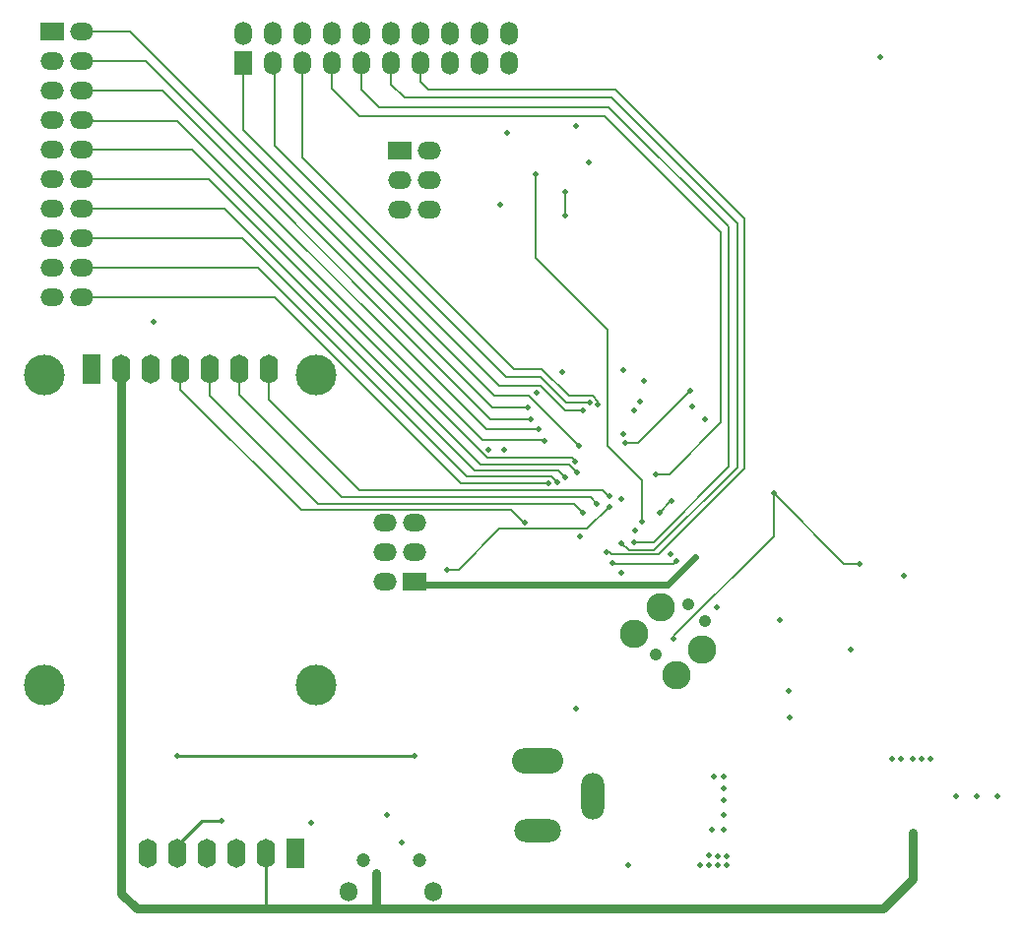
<source format=gbl>
G04*
G04 #@! TF.GenerationSoftware,Altium Limited,Altium Designer,19.0.15 (446)*
G04*
G04 Layer_Physical_Order=4*
G04 Layer_Color=16711680*
%FSLAX25Y25*%
%MOIN*%
G70*
G01*
G75*
%ADD10C,0.00787*%
%ADD13C,0.02362*%
%ADD17C,0.01000*%
%ADD80O,0.07874X0.15748*%
%ADD81O,0.17323X0.08661*%
%ADD82O,0.15748X0.07874*%
%ADD83O,0.05906X0.06693*%
%ADD84C,0.04724*%
%ADD85O,0.06299X0.09843*%
%ADD86R,0.06299X0.09843*%
%ADD87C,0.13780*%
%ADD88C,0.04201*%
%ADD89C,0.09650*%
%ADD90O,0.05906X0.07874*%
%ADD91R,0.05906X0.07874*%
%ADD92O,0.07874X0.05906*%
%ADD93R,0.07874X0.05906*%
%ADD94C,0.01968*%
%ADD102C,0.03150*%
D10*
X210734Y123722D02*
X226722D01*
X209956Y124500D02*
X210734Y123722D01*
X208900Y124500D02*
X209956D01*
X226722Y123722D02*
X255800Y152800D01*
X32000Y220800D02*
X91000D01*
X31200D02*
X32000D01*
X31200Y220000D02*
X32000Y220800D01*
X91000D02*
X161600Y150200D01*
X190300D02*
X192400Y148100D01*
X161600Y150200D02*
X190300D01*
X125265Y145535D02*
X207656D01*
X209774Y143416D01*
X210000D01*
X94787Y176013D02*
X125265Y145535D01*
X168567Y156533D02*
X197167D01*
X74300Y250800D02*
X168567Y156533D01*
X31200Y250800D02*
X74300D01*
X169700Y169600D02*
X183200D01*
X58500Y280800D02*
X169700Y169600D01*
X31200Y280800D02*
X58500D01*
X52900Y290800D02*
X170200Y173500D01*
X31200Y290800D02*
X52900D01*
X170200Y173500D02*
X182200D01*
X171100Y177500D02*
X182573D01*
X47800Y300800D02*
X171100Y177500D01*
X31200Y300800D02*
X47800D01*
X172735Y180765D02*
X186635D01*
X86100Y267400D02*
X172735Y180765D01*
X86100Y267400D02*
Y290000D01*
X164300Y152300D02*
X192700D01*
X85800Y230800D02*
X164300Y152300D01*
X32000Y230800D02*
X85800D01*
X166400Y154200D02*
X196200D01*
X79800Y240800D02*
X166400Y154200D01*
X31200Y240800D02*
X79800D01*
X96516Y210800D02*
X159616Y147700D01*
X31200Y210800D02*
X96516D01*
X159616Y147700D02*
X189400D01*
X167045Y162454D02*
X187848D01*
X68700Y260800D02*
X167045Y162454D01*
X31200Y260800D02*
X68700D01*
X168204Y166172D02*
X186000D01*
X63776Y270600D02*
X168204Y166172D01*
X32100Y270600D02*
X63776D01*
X174900Y183800D02*
X186600D01*
X96600Y262100D02*
X174900Y183800D01*
X96600Y262100D02*
Y289500D01*
X177700Y186500D02*
X187100D01*
X106100Y258100D02*
X177700Y186500D01*
X106100Y258100D02*
Y290000D01*
X210700Y278400D02*
X253200Y235900D01*
X140500Y278400D02*
X210700D01*
X136100Y282800D02*
X140500Y278400D01*
X212100Y281300D02*
X255800Y237600D01*
X148600Y281300D02*
X212100D01*
X146100Y283800D02*
X148600Y281300D01*
X209800Y275300D02*
X250400Y234700D01*
X132000Y275300D02*
X209800D01*
X126100Y281200D02*
X132000Y275300D01*
X208200Y272300D02*
X247800Y232700D01*
X125200Y272300D02*
X208200D01*
X116100Y281400D02*
X125200Y272300D01*
X215200Y161600D02*
X219700D01*
X237300Y179200D01*
X231787Y95205D02*
Y96187D01*
X265500Y129900D01*
X211100Y120600D02*
X231718D01*
X146100Y283800D02*
Y290000D01*
X96100D02*
X96600Y289500D01*
X116100Y281400D02*
Y290000D01*
X265500Y129900D02*
Y144400D01*
X289231Y120669D02*
X294787D01*
X265500Y144400D02*
X289231Y120669D01*
X126100Y281200D02*
Y290000D01*
X154700Y118536D02*
X158867D01*
X172769Y132438D01*
X227000Y138000D02*
X230782Y141782D01*
X111300Y140900D02*
X198100D01*
X74787Y177413D02*
X111300Y140900D01*
X74787Y177413D02*
Y186669D01*
X105700Y138700D02*
X176750D01*
X64787Y179613D02*
X105700Y138700D01*
X64787Y179613D02*
Y186669D01*
X119400Y143100D02*
X203510D01*
X84787Y177713D02*
X119400Y143100D01*
X84787Y177713D02*
Y186669D01*
X94787Y176013D02*
Y186669D01*
X203510Y143100D02*
X205610Y141000D01*
X198100Y140900D02*
X201000Y138000D01*
X176750Y138700D02*
X180847Y134603D01*
X247800Y168400D02*
Y232700D01*
X230169Y150769D02*
X247800Y168400D01*
X136100Y282800D02*
Y290000D01*
X250400Y153400D02*
Y234700D01*
X253200Y153200D02*
Y235900D01*
X231718Y120600D02*
X232787Y121669D01*
X225004Y128004D02*
X250400Y153400D01*
X225100Y125100D02*
X253200Y153200D01*
X255800Y152800D02*
Y237600D01*
X218413Y128004D02*
X225004D01*
X216500Y125100D02*
X225100D01*
X214000Y127600D02*
X216500Y125100D01*
X225600Y150769D02*
X230169D01*
X206100Y174500D02*
Y175462D01*
X204197Y177365D02*
X206100Y175462D01*
X196235Y177365D02*
X204197D01*
X194900Y172500D02*
X201100D01*
X186635Y180765D02*
X194900Y172500D01*
X195200Y175200D02*
X203300D01*
X186600Y183800D02*
X195200Y175200D01*
X187100Y186500D02*
X196235Y177365D01*
X182573Y177500D02*
X199673Y160400D01*
X209400Y160600D02*
X221000Y149000D01*
X209400Y160600D02*
Y199900D01*
X221000Y135000D02*
Y149000D01*
X185000Y224300D02*
X209400Y199900D01*
X185000Y224300D02*
Y252400D01*
X197167Y156533D02*
X198400Y155300D01*
X196200Y154200D02*
X198900Y151500D01*
X192700Y152300D02*
X195000Y150000D01*
Y238700D02*
Y246400D01*
Y238700D02*
X195100Y238600D01*
X230782Y141782D02*
X231000D01*
X202881Y175619D02*
X203300Y175200D01*
X172769Y132438D02*
X202438D01*
X210000Y140000D01*
X180847Y134603D02*
X181283D01*
D13*
X144900Y113600D02*
X229707D01*
X144000Y114500D02*
X144900Y113600D01*
X229707D02*
X238976Y122869D01*
D17*
X63787Y55669D02*
X144000D01*
X71957Y33354D02*
X78787D01*
X63787Y25185D02*
X71957Y33354D01*
X63787Y22669D02*
Y25185D01*
X93787Y4000D02*
Y22669D01*
D80*
X204291Y41961D02*
D03*
D81*
X185787Y53772D02*
D03*
D82*
Y30150D02*
D03*
D83*
X121752Y9669D02*
D03*
X150295D02*
D03*
D84*
X145571Y20276D02*
D03*
X126476Y20274D02*
D03*
D85*
X54787Y186669D02*
D03*
X44787D02*
D03*
X64787D02*
D03*
X84787D02*
D03*
X74787D02*
D03*
X94787D02*
D03*
X63787Y22669D02*
D03*
X73787D02*
D03*
X93787D02*
D03*
X83787D02*
D03*
X53787D02*
D03*
D86*
X34787Y186669D02*
D03*
X103787Y22669D02*
D03*
D87*
X18787Y184669D02*
D03*
X110787D02*
D03*
Y79669D02*
D03*
X18787D02*
D03*
D88*
X225484Y89902D02*
D03*
X236798Y106872D02*
D03*
X242455Y101215D02*
D03*
D89*
X218413Y96973D02*
D03*
X232555Y82830D02*
D03*
X227252Y105811D02*
D03*
X241394Y91669D02*
D03*
D90*
X175900Y300200D02*
D03*
X165900D02*
D03*
X155900D02*
D03*
X145900D02*
D03*
X135900D02*
D03*
X125900D02*
D03*
X115900D02*
D03*
X105900D02*
D03*
X95900D02*
D03*
X85900D02*
D03*
X95900Y290200D02*
D03*
X105900D02*
D03*
X115900D02*
D03*
X125900D02*
D03*
X135900D02*
D03*
X145900D02*
D03*
X155900D02*
D03*
X165900D02*
D03*
X175900D02*
D03*
D91*
X85900D02*
D03*
D92*
X31200Y210800D02*
D03*
Y220800D02*
D03*
Y230800D02*
D03*
Y240800D02*
D03*
Y250800D02*
D03*
Y260800D02*
D03*
Y270800D02*
D03*
Y280800D02*
D03*
Y290800D02*
D03*
Y300800D02*
D03*
X21200Y290800D02*
D03*
Y280800D02*
D03*
Y270800D02*
D03*
Y260800D02*
D03*
Y250800D02*
D03*
Y240800D02*
D03*
Y230800D02*
D03*
Y220800D02*
D03*
Y210800D02*
D03*
X139087Y240569D02*
D03*
Y250569D02*
D03*
X149087Y260569D02*
D03*
Y250569D02*
D03*
Y240569D02*
D03*
X134000Y134500D02*
D03*
Y124500D02*
D03*
Y114500D02*
D03*
X144000Y124500D02*
D03*
Y134500D02*
D03*
D93*
X21200Y300800D02*
D03*
X139087Y260569D02*
D03*
X144000Y114500D02*
D03*
D94*
X55800Y202400D02*
D03*
X144000Y55669D02*
D03*
X134787Y35669D02*
D03*
X208900Y124500D02*
D03*
X130905Y15811D02*
D03*
X139787Y26169D02*
D03*
X192400Y148100D02*
D03*
X168900Y159262D02*
D03*
X198800Y268700D02*
D03*
X215200Y161600D02*
D03*
X175200Y266500D02*
D03*
X246300Y105811D02*
D03*
X231787Y95205D02*
D03*
X309787Y116669D02*
D03*
X155000Y118536D02*
D03*
X291787Y91614D02*
D03*
X108815Y32900D02*
D03*
X221787Y182669D02*
D03*
X242387Y169369D02*
D03*
X220311Y175669D02*
D03*
X218300Y172500D02*
D03*
X231000Y141782D02*
D03*
X227000Y138000D02*
D03*
X218500Y131700D02*
D03*
X232787Y121669D02*
D03*
X230529Y123800D02*
D03*
X238976Y122869D02*
D03*
X214100Y117500D02*
D03*
X211100Y120700D02*
D03*
X185300Y178600D02*
D03*
X216150Y18669D02*
D03*
X218413Y128004D02*
D03*
X214000Y127600D02*
D03*
X225600Y150769D02*
D03*
X193900Y185400D02*
D03*
X237300Y179200D02*
D03*
X265500Y144400D02*
D03*
X189400Y147700D02*
D03*
X182200Y173500D02*
D03*
X183200Y169600D02*
D03*
X174300Y159262D02*
D03*
X198900Y151500D02*
D03*
X198400Y155300D02*
D03*
X202900Y256600D02*
D03*
X195000Y246400D02*
D03*
X195100Y238600D02*
D03*
X173029Y242200D02*
D03*
X199673Y160400D02*
D03*
X185000Y252400D02*
D03*
X206100Y174500D02*
D03*
X203300Y175200D02*
D03*
X201100Y172500D02*
D03*
X214000Y142569D02*
D03*
X210000Y143416D02*
D03*
X214600Y164400D02*
D03*
X181283Y134603D02*
D03*
X205610Y141000D02*
D03*
X200000Y130000D02*
D03*
X201000Y138000D02*
D03*
X195000Y150000D02*
D03*
X210000Y140000D02*
D03*
X221000Y135000D02*
D03*
X186000Y166172D02*
D03*
X188000Y162303D02*
D03*
X238046Y173728D02*
D03*
X294787Y120669D02*
D03*
X63787Y55669D02*
D03*
X267787Y101669D02*
D03*
X270787Y77669D02*
D03*
X270843Y68669D02*
D03*
X214637Y186314D02*
D03*
X78787Y33354D02*
D03*
X301500Y292027D02*
D03*
X312787Y20669D02*
D03*
Y23669D02*
D03*
Y26669D02*
D03*
Y29651D02*
D03*
X341287Y41791D02*
D03*
X334287D02*
D03*
X327287D02*
D03*
X248787Y35669D02*
D03*
Y44669D02*
D03*
Y30669D02*
D03*
X244667D02*
D03*
X248787Y40669D02*
D03*
Y48669D02*
D03*
X245287D02*
D03*
X198787Y71669D02*
D03*
X318787Y54669D02*
D03*
X315787D02*
D03*
X312787D02*
D03*
X308787D02*
D03*
X305787D02*
D03*
X240472Y18669D02*
D03*
X243787D02*
D03*
X246787D02*
D03*
X249787D02*
D03*
Y21669D02*
D03*
X246787D02*
D03*
X243787Y21874D02*
D03*
D102*
X49827Y3961D02*
X93787D01*
X122989D01*
X130000Y4000D02*
X147090D01*
X130905Y4905D02*
Y15811D01*
X130000Y4000D02*
X130905Y4905D01*
X123028Y4000D02*
X130000D01*
X122989Y3961D02*
X123028Y4000D01*
X151572D02*
X302787D01*
X151532Y3961D02*
X151572Y4000D01*
X147129Y3961D02*
X151532D01*
X147090Y4000D02*
X147129Y3961D01*
X302787Y4000D02*
X312787Y14000D01*
X44787Y9000D02*
X49827Y3961D01*
X44787Y9000D02*
X44787Y186669D01*
X312787Y14000D02*
Y20669D01*
Y23669D01*
Y26669D01*
Y29651D01*
M02*

</source>
